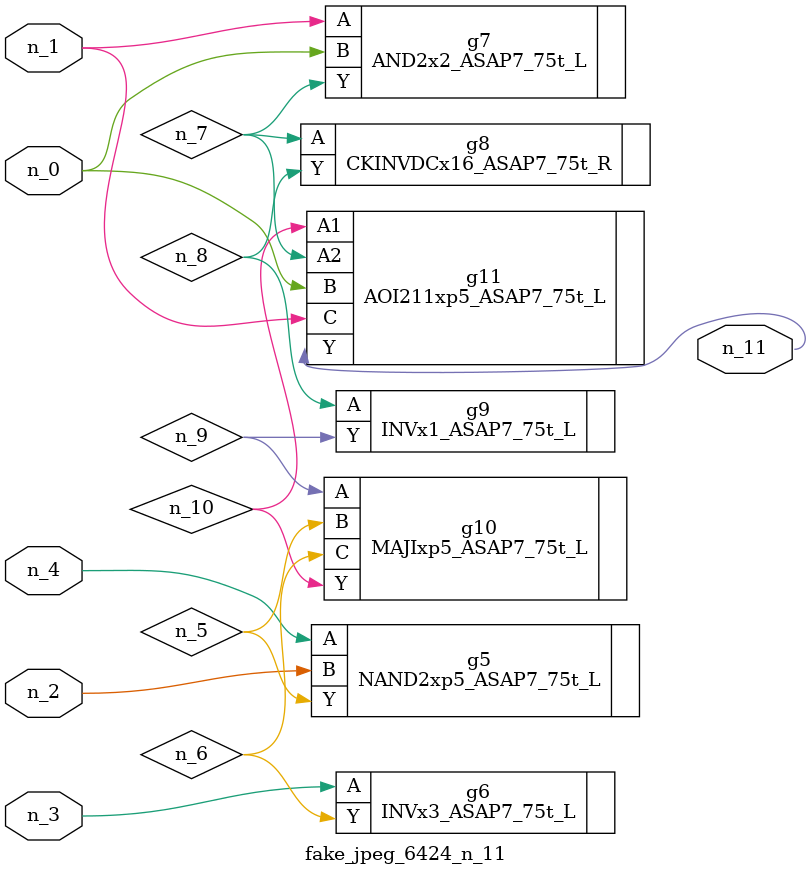
<source format=v>
module fake_jpeg_6424_n_11 (n_3, n_2, n_1, n_0, n_4, n_11);

input n_3;
input n_2;
input n_1;
input n_0;
input n_4;

output n_11;

wire n_10;
wire n_8;
wire n_9;
wire n_6;
wire n_5;
wire n_7;

NAND2xp5_ASAP7_75t_L g5 ( 
.A(n_4),
.B(n_2),
.Y(n_5)
);

INVx3_ASAP7_75t_L g6 ( 
.A(n_3),
.Y(n_6)
);

AND2x2_ASAP7_75t_L g7 ( 
.A(n_1),
.B(n_0),
.Y(n_7)
);

CKINVDCx16_ASAP7_75t_R g8 ( 
.A(n_7),
.Y(n_8)
);

INVx1_ASAP7_75t_L g9 ( 
.A(n_8),
.Y(n_9)
);

MAJIxp5_ASAP7_75t_L g10 ( 
.A(n_9),
.B(n_5),
.C(n_6),
.Y(n_10)
);

AOI211xp5_ASAP7_75t_L g11 ( 
.A1(n_10),
.A2(n_7),
.B(n_0),
.C(n_1),
.Y(n_11)
);


endmodule
</source>
